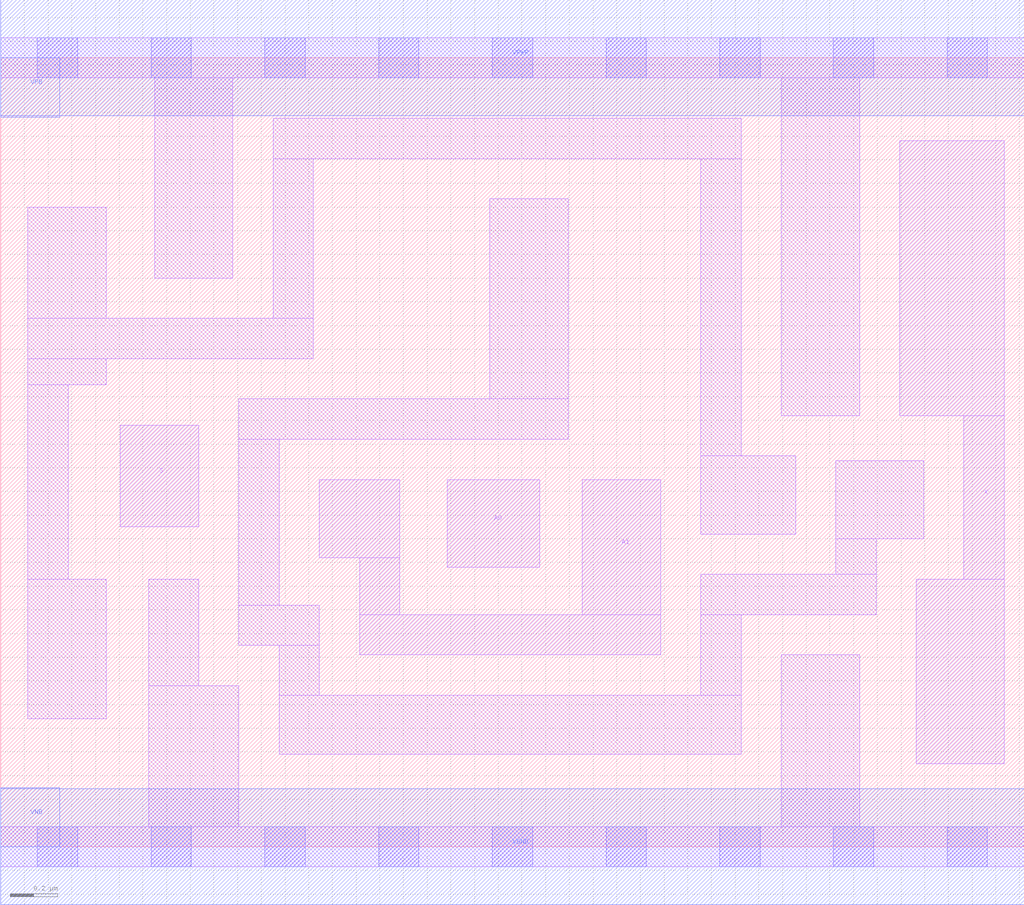
<source format=lef>
# Copyright 2020 The SkyWater PDK Authors
#
# Licensed under the Apache License, Version 2.0 (the "License");
# you may not use this file except in compliance with the License.
# You may obtain a copy of the License at
#
#     https://www.apache.org/licenses/LICENSE-2.0
#
# Unless required by applicable law or agreed to in writing, software
# distributed under the License is distributed on an "AS IS" BASIS,
# WITHOUT WARRANTIES OR CONDITIONS OF ANY KIND, either express or implied.
# See the License for the specific language governing permissions and
# limitations under the License.
#
# SPDX-License-Identifier: Apache-2.0

VERSION 5.5 ;
NAMESCASESENSITIVE ON ;
BUSBITCHARS "[]" ;
DIVIDERCHAR "/" ;
MACRO sky130_fd_sc_ms__mux2_1
  CLASS CORE ;
  SOURCE USER ;
  ORIGIN  0.000000  0.000000 ;
  SIZE  4.320000 BY  3.330000 ;
  SYMMETRY X Y ;
  SITE unit ;
  PIN A0
    ANTENNAGATEAREA  0.261000 ;
    DIRECTION INPUT ;
    USE SIGNAL ;
    PORT
      LAYER li1 ;
        RECT 1.885000 1.180000 2.275000 1.550000 ;
    END
  END A0
  PIN A1
    ANTENNAGATEAREA  0.261000 ;
    DIRECTION INPUT ;
    USE SIGNAL ;
    PORT
      LAYER li1 ;
        RECT 1.345000 1.220000 1.685000 1.550000 ;
        RECT 1.515000 0.810000 2.785000 0.980000 ;
        RECT 1.515000 0.980000 1.685000 1.220000 ;
        RECT 2.455000 0.980000 2.785000 1.550000 ;
    END
  END A1
  PIN S
    ANTENNAGATEAREA  0.470000 ;
    DIRECTION INPUT ;
    USE SIGNAL ;
    PORT
      LAYER li1 ;
        RECT 0.505000 1.350000 0.835000 1.780000 ;
    END
  END S
  PIN X
    ANTENNADIFFAREA  0.541300 ;
    DIRECTION OUTPUT ;
    USE SIGNAL ;
    PORT
      LAYER li1 ;
        RECT 3.795000 1.820000 4.235000 2.980000 ;
        RECT 3.865000 0.350000 4.235000 1.130000 ;
        RECT 4.065000 1.130000 4.235000 1.820000 ;
    END
  END X
  PIN VGND
    DIRECTION INOUT ;
    USE GROUND ;
    PORT
      LAYER met1 ;
        RECT 0.000000 -0.245000 4.320000 0.245000 ;
    END
  END VGND
  PIN VNB
    DIRECTION INOUT ;
    USE GROUND ;
    PORT
      LAYER met1 ;
        RECT 0.000000 0.000000 0.250000 0.250000 ;
    END
  END VNB
  PIN VPB
    DIRECTION INOUT ;
    USE POWER ;
    PORT
      LAYER met1 ;
        RECT 0.000000 3.080000 0.250000 3.330000 ;
    END
  END VPB
  PIN VPWR
    DIRECTION INOUT ;
    USE POWER ;
    PORT
      LAYER met1 ;
        RECT 0.000000 3.085000 4.320000 3.575000 ;
    END
  END VPWR
  OBS
    LAYER li1 ;
      RECT 0.000000 -0.085000 4.320000 0.085000 ;
      RECT 0.000000  3.245000 4.320000 3.415000 ;
      RECT 0.115000  0.540000 0.445000 1.130000 ;
      RECT 0.115000  1.130000 0.285000 1.950000 ;
      RECT 0.115000  1.950000 0.445000 2.060000 ;
      RECT 0.115000  2.060000 1.320000 2.230000 ;
      RECT 0.115000  2.230000 0.445000 2.700000 ;
      RECT 0.625000  0.085000 1.005000 0.680000 ;
      RECT 0.625000  0.680000 0.835000 1.130000 ;
      RECT 0.650000  2.400000 0.980000 3.245000 ;
      RECT 1.005000  0.850000 1.345000 1.020000 ;
      RECT 1.005000  1.020000 1.175000 1.720000 ;
      RECT 1.005000  1.720000 2.395000 1.890000 ;
      RECT 1.150000  2.230000 1.320000 2.905000 ;
      RECT 1.150000  2.905000 3.125000 3.075000 ;
      RECT 1.175000  0.390000 3.125000 0.640000 ;
      RECT 1.175000  0.640000 1.345000 0.850000 ;
      RECT 2.065000  1.890000 2.395000 2.735000 ;
      RECT 2.955000  0.640000 3.125000 0.980000 ;
      RECT 2.955000  0.980000 3.695000 1.150000 ;
      RECT 2.955000  1.320000 3.355000 1.650000 ;
      RECT 2.955000  1.650000 3.125000 2.905000 ;
      RECT 3.295000  0.085000 3.625000 0.810000 ;
      RECT 3.295000  1.820000 3.625000 3.245000 ;
      RECT 3.525000  1.150000 3.695000 1.300000 ;
      RECT 3.525000  1.300000 3.895000 1.630000 ;
    LAYER mcon ;
      RECT 0.155000 -0.085000 0.325000 0.085000 ;
      RECT 0.155000  3.245000 0.325000 3.415000 ;
      RECT 0.635000 -0.085000 0.805000 0.085000 ;
      RECT 0.635000  3.245000 0.805000 3.415000 ;
      RECT 1.115000 -0.085000 1.285000 0.085000 ;
      RECT 1.115000  3.245000 1.285000 3.415000 ;
      RECT 1.595000 -0.085000 1.765000 0.085000 ;
      RECT 1.595000  3.245000 1.765000 3.415000 ;
      RECT 2.075000 -0.085000 2.245000 0.085000 ;
      RECT 2.075000  3.245000 2.245000 3.415000 ;
      RECT 2.555000 -0.085000 2.725000 0.085000 ;
      RECT 2.555000  3.245000 2.725000 3.415000 ;
      RECT 3.035000 -0.085000 3.205000 0.085000 ;
      RECT 3.035000  3.245000 3.205000 3.415000 ;
      RECT 3.515000 -0.085000 3.685000 0.085000 ;
      RECT 3.515000  3.245000 3.685000 3.415000 ;
      RECT 3.995000 -0.085000 4.165000 0.085000 ;
      RECT 3.995000  3.245000 4.165000 3.415000 ;
  END
END sky130_fd_sc_ms__mux2_1
END LIBRARY

</source>
